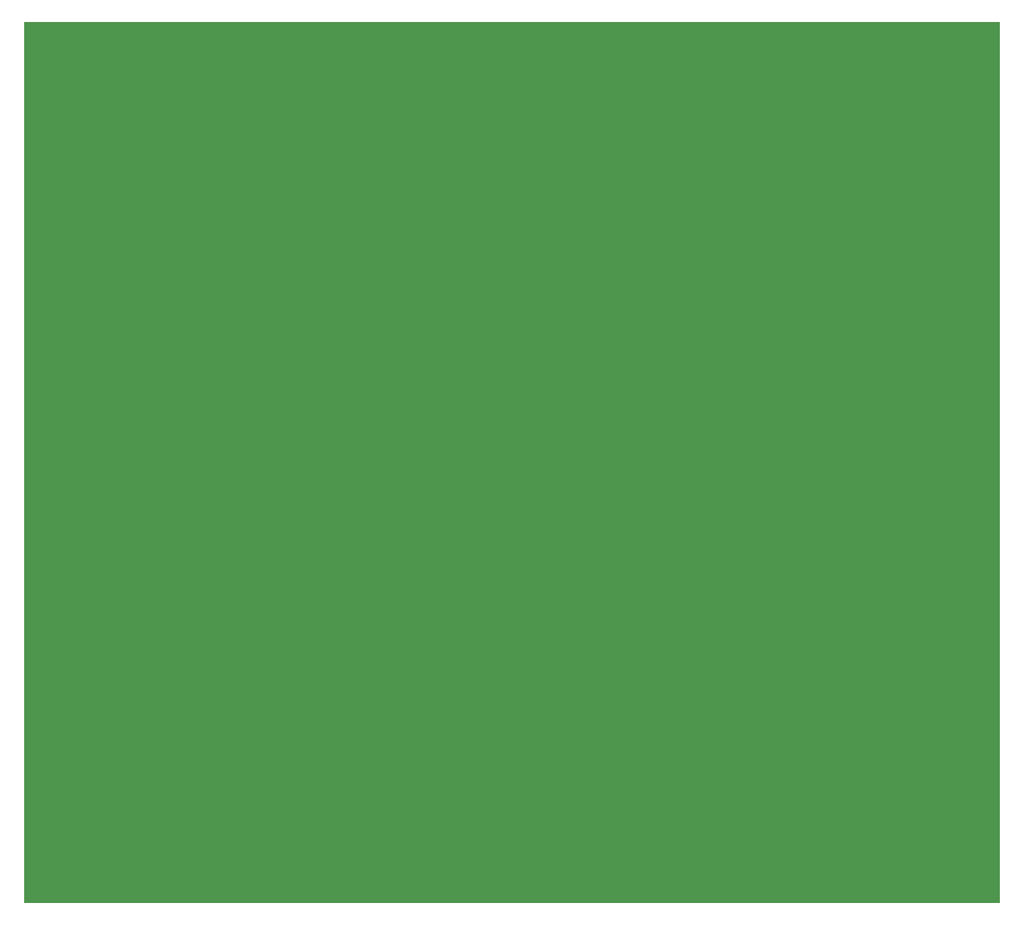
<source format=gbr>
%TF.GenerationSoftware,KiCad,Pcbnew,(7.0.0-0)*%
%TF.CreationDate,2023-04-09T15:39:07-07:00*%
%TF.ProjectId,sofle_click_keyplate_A,736f666c-655f-4636-9c69-636b5f6b6579,rev?*%
%TF.SameCoordinates,Original*%
%TF.FileFunction,Soldermask,Top*%
%TF.FilePolarity,Negative*%
%FSLAX46Y46*%
G04 Gerber Fmt 4.6, Leading zero omitted, Abs format (unit mm)*
G04 Created by KiCad (PCBNEW (7.0.0-0)) date 2023-04-09 15:39:07*
%MOMM*%
%LPD*%
G01*
G04 APERTURE LIST*
%ADD10C,4.700000*%
G04 APERTURE END LIST*
G36*
X58580000Y-61920000D02*
G01*
X174800000Y-61920000D01*
X174800000Y-166980000D01*
X58580000Y-166980000D01*
X58580000Y-61920000D01*
G37*
D10*
%TO.C,TH7*%
X95209214Y-124994214D03*
%TD*%
%TO.C,TH1*%
X80304214Y-102634214D03*
%TD*%
%TO.C,TH5*%
X120659214Y-103634214D03*
%TD*%
%TO.C,TH2*%
X94465267Y-95432766D03*
%TD*%
%TO.C,TH3*%
X159089214Y-79744214D03*
%TD*%
M02*

</source>
